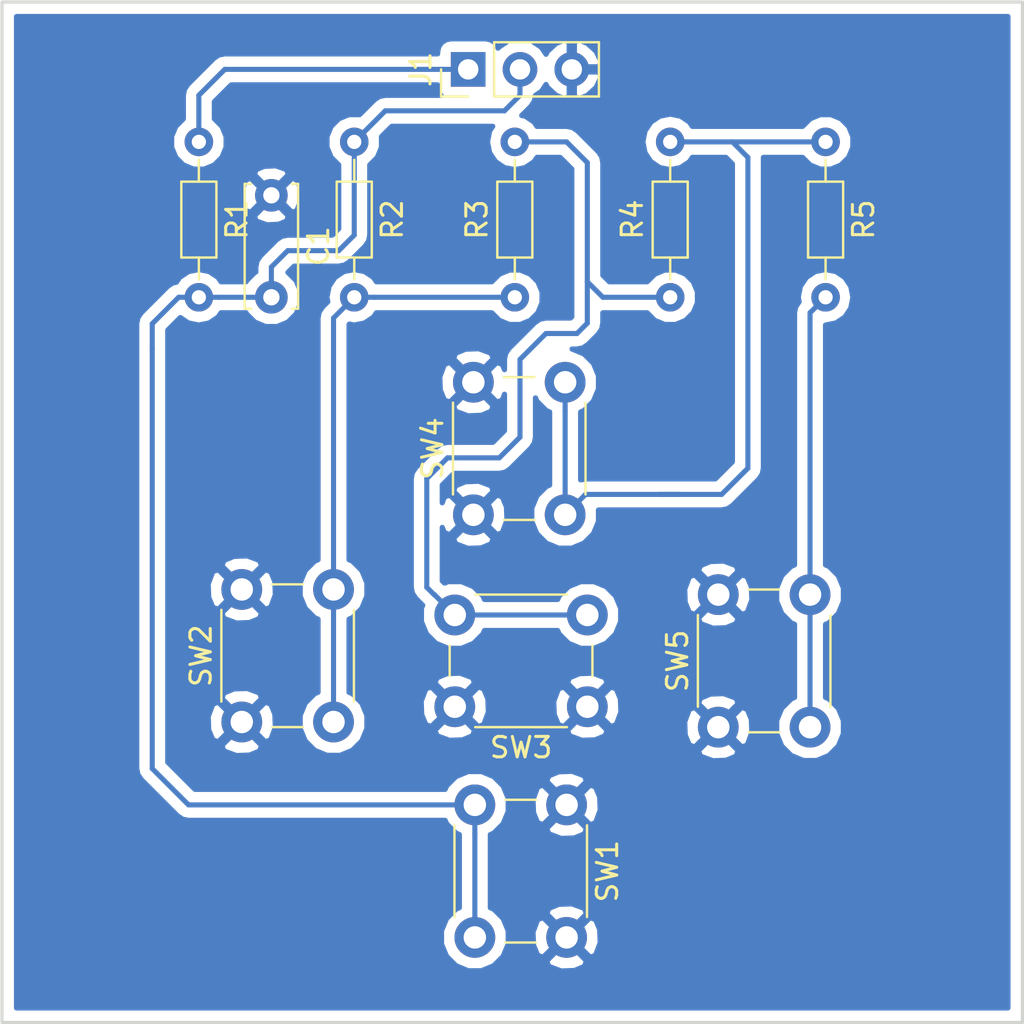
<source format=kicad_pcb>
(kicad_pcb (version 4) (host pcbnew 4.0.6)

  (general
    (links 28)
    (no_connects 1)
    (area 223.444999 41.326999 273.633001 91.515001)
    (thickness 1.6)
    (drawings 8)
    (tracks 61)
    (zones 0)
    (modules 12)
    (nets 8)
  )

  (page A4)
  (layers
    (0 F.Cu signal)
    (31 B.Cu signal)
    (33 F.Adhes user)
    (35 F.Paste user)
    (37 F.SilkS user)
    (39 F.Mask user)
    (40 Dwgs.User user)
    (41 Cmts.User user)
    (42 Eco1.User user)
    (43 Eco2.User user)
    (44 Edge.Cuts user)
    (45 Margin user)
    (47 F.CrtYd user)
    (49 F.Fab user)
  )

  (setup
    (last_trace_width 0.25)
    (trace_clearance 0.2)
    (zone_clearance 0.508)
    (zone_45_only no)
    (trace_min 0.2)
    (segment_width 0.2)
    (edge_width 0.15)
    (via_size 0.6)
    (via_drill 0.4)
    (via_min_size 0.4)
    (via_min_drill 0.3)
    (uvia_size 0.3)
    (uvia_drill 0.1)
    (uvias_allowed no)
    (uvia_min_size 0.2)
    (uvia_min_drill 0.1)
    (pcb_text_width 0.3)
    (pcb_text_size 1.5 1.5)
    (mod_edge_width 0.15)
    (mod_text_size 1 1)
    (mod_text_width 0.15)
    (pad_size 1.524 1.524)
    (pad_drill 0.762)
    (pad_to_mask_clearance 0.2)
    (aux_axis_origin 0 0)
    (visible_elements FFFFFF7F)
    (pcbplotparams
      (layerselection 0x00030_80000001)
      (usegerberextensions false)
      (excludeedgelayer true)
      (linewidth 0.100000)
      (plotframeref false)
      (viasonmask false)
      (mode 1)
      (useauxorigin false)
      (hpglpennumber 1)
      (hpglpenspeed 20)
      (hpglpendiameter 15)
      (hpglpenoverlay 2)
      (psnegative false)
      (psa4output false)
      (plotreference true)
      (plotvalue true)
      (plotinvisibletext false)
      (padsonsilk false)
      (subtractmaskfromsilk false)
      (outputformat 1)
      (mirror false)
      (drillshape 1)
      (scaleselection 1)
      (outputdirectory ""))
  )

  (net 0 "")
  (net 1 +5V)
  (net 2 Output)
  (net 3 GND)
  (net 4 "Net-(R2-Pad2)")
  (net 5 "Net-(R3-Pad2)")
  (net 6 "Net-(R4-Pad2)")
  (net 7 "Net-(R5-Pad2)")

  (net_class Default "Esta es la clase de red por defecto."
    (clearance 0.2)
    (trace_width 0.25)
    (via_dia 0.6)
    (via_drill 0.4)
    (uvia_dia 0.3)
    (uvia_drill 0.1)
    (add_net +5V)
    (add_net GND)
    (add_net "Net-(R2-Pad2)")
    (add_net "Net-(R3-Pad2)")
    (add_net "Net-(R4-Pad2)")
    (add_net "Net-(R5-Pad2)")
    (add_net Output)
  )

  (module Resistors_ThroughHole:R_Axial_DIN0204_L3.6mm_D1.6mm_P7.62mm_Horizontal (layer F.Cu) (tedit 5874F706) (tstamp 593094CA)
    (at 233.172 48.26 270)
    (descr "Resistor, Axial_DIN0204 series, Axial, Horizontal, pin pitch=7.62mm, 0.16666666666666666W = 1/6W, length*diameter=3.6*1.6mm^2, http://cdn-reichelt.de/documents/datenblatt/B400/1_4W%23YAG.pdf")
    (tags "Resistor Axial_DIN0204 series Axial Horizontal pin pitch 7.62mm 0.16666666666666666W = 1/6W length 3.6mm diameter 1.6mm")
    (path /59308C00)
    (fp_text reference R1 (at 3.81 -1.86 270) (layer F.SilkS)
      (effects (font (size 1 1) (thickness 0.15)))
    )
    (fp_text value 2.2K (at 3.81 1.86 270) (layer F.Fab)
      (effects (font (size 1 1) (thickness 0.15)))
    )
    (fp_line (start 2.01 -0.8) (end 2.01 0.8) (layer F.Fab) (width 0.1))
    (fp_line (start 2.01 0.8) (end 5.61 0.8) (layer F.Fab) (width 0.1))
    (fp_line (start 5.61 0.8) (end 5.61 -0.8) (layer F.Fab) (width 0.1))
    (fp_line (start 5.61 -0.8) (end 2.01 -0.8) (layer F.Fab) (width 0.1))
    (fp_line (start 0 0) (end 2.01 0) (layer F.Fab) (width 0.1))
    (fp_line (start 7.62 0) (end 5.61 0) (layer F.Fab) (width 0.1))
    (fp_line (start 1.95 -0.86) (end 1.95 0.86) (layer F.SilkS) (width 0.12))
    (fp_line (start 1.95 0.86) (end 5.67 0.86) (layer F.SilkS) (width 0.12))
    (fp_line (start 5.67 0.86) (end 5.67 -0.86) (layer F.SilkS) (width 0.12))
    (fp_line (start 5.67 -0.86) (end 1.95 -0.86) (layer F.SilkS) (width 0.12))
    (fp_line (start 0.88 0) (end 1.95 0) (layer F.SilkS) (width 0.12))
    (fp_line (start 6.74 0) (end 5.67 0) (layer F.SilkS) (width 0.12))
    (fp_line (start -0.95 -1.15) (end -0.95 1.15) (layer F.CrtYd) (width 0.05))
    (fp_line (start -0.95 1.15) (end 8.6 1.15) (layer F.CrtYd) (width 0.05))
    (fp_line (start 8.6 1.15) (end 8.6 -1.15) (layer F.CrtYd) (width 0.05))
    (fp_line (start 8.6 -1.15) (end -0.95 -1.15) (layer F.CrtYd) (width 0.05))
    (pad 1 thru_hole circle (at 0 0 270) (size 1.4 1.4) (drill 0.7) (layers *.Cu *.Mask)
      (net 1 +5V))
    (pad 2 thru_hole oval (at 7.62 0 270) (size 1.4 1.4) (drill 0.7) (layers *.Cu *.Mask)
      (net 2 Output))
    (model Resistors_THT.3dshapes/R_Axial_DIN0204_L3.6mm_D1.6mm_P7.62mm_Horizontal.wrl
      (at (xyz 0 0 0))
      (scale (xyz 0.393701 0.393701 0.393701))
      (rotate (xyz 0 0 0))
    )
  )

  (module Resistors_ThroughHole:R_Axial_DIN0204_L3.6mm_D1.6mm_P7.62mm_Horizontal (layer F.Cu) (tedit 5874F706) (tstamp 593094E0)
    (at 240.792 48.26 270)
    (descr "Resistor, Axial_DIN0204 series, Axial, Horizontal, pin pitch=7.62mm, 0.16666666666666666W = 1/6W, length*diameter=3.6*1.6mm^2, http://cdn-reichelt.de/documents/datenblatt/B400/1_4W%23YAG.pdf")
    (tags "Resistor Axial_DIN0204 series Axial Horizontal pin pitch 7.62mm 0.16666666666666666W = 1/6W length 3.6mm diameter 1.6mm")
    (path /59308D62)
    (fp_text reference R2 (at 3.81 -1.86 270) (layer F.SilkS)
      (effects (font (size 1 1) (thickness 0.15)))
    )
    (fp_text value 330R (at 3.81 1.86 270) (layer F.Fab)
      (effects (font (size 1 1) (thickness 0.15)))
    )
    (fp_line (start 2.01 -0.8) (end 2.01 0.8) (layer F.Fab) (width 0.1))
    (fp_line (start 2.01 0.8) (end 5.61 0.8) (layer F.Fab) (width 0.1))
    (fp_line (start 5.61 0.8) (end 5.61 -0.8) (layer F.Fab) (width 0.1))
    (fp_line (start 5.61 -0.8) (end 2.01 -0.8) (layer F.Fab) (width 0.1))
    (fp_line (start 0 0) (end 2.01 0) (layer F.Fab) (width 0.1))
    (fp_line (start 7.62 0) (end 5.61 0) (layer F.Fab) (width 0.1))
    (fp_line (start 1.95 -0.86) (end 1.95 0.86) (layer F.SilkS) (width 0.12))
    (fp_line (start 1.95 0.86) (end 5.67 0.86) (layer F.SilkS) (width 0.12))
    (fp_line (start 5.67 0.86) (end 5.67 -0.86) (layer F.SilkS) (width 0.12))
    (fp_line (start 5.67 -0.86) (end 1.95 -0.86) (layer F.SilkS) (width 0.12))
    (fp_line (start 0.88 0) (end 1.95 0) (layer F.SilkS) (width 0.12))
    (fp_line (start 6.74 0) (end 5.67 0) (layer F.SilkS) (width 0.12))
    (fp_line (start -0.95 -1.15) (end -0.95 1.15) (layer F.CrtYd) (width 0.05))
    (fp_line (start -0.95 1.15) (end 8.6 1.15) (layer F.CrtYd) (width 0.05))
    (fp_line (start 8.6 1.15) (end 8.6 -1.15) (layer F.CrtYd) (width 0.05))
    (fp_line (start 8.6 -1.15) (end -0.95 -1.15) (layer F.CrtYd) (width 0.05))
    (pad 1 thru_hole circle (at 0 0 270) (size 1.4 1.4) (drill 0.7) (layers *.Cu *.Mask)
      (net 2 Output))
    (pad 2 thru_hole oval (at 7.62 0 270) (size 1.4 1.4) (drill 0.7) (layers *.Cu *.Mask)
      (net 4 "Net-(R2-Pad2)"))
    (model Resistors_THT.3dshapes/R_Axial_DIN0204_L3.6mm_D1.6mm_P7.62mm_Horizontal.wrl
      (at (xyz 0 0 0))
      (scale (xyz 0.393701 0.393701 0.393701))
      (rotate (xyz 0 0 0))
    )
  )

  (module Resistors_ThroughHole:R_Axial_DIN0204_L3.6mm_D1.6mm_P7.62mm_Horizontal (layer F.Cu) (tedit 5874F706) (tstamp 593094F6)
    (at 248.666 55.88 90)
    (descr "Resistor, Axial_DIN0204 series, Axial, Horizontal, pin pitch=7.62mm, 0.16666666666666666W = 1/6W, length*diameter=3.6*1.6mm^2, http://cdn-reichelt.de/documents/datenblatt/B400/1_4W%23YAG.pdf")
    (tags "Resistor Axial_DIN0204 series Axial Horizontal pin pitch 7.62mm 0.16666666666666666W = 1/6W length 3.6mm diameter 1.6mm")
    (path /59308E0D)
    (fp_text reference R3 (at 3.81 -1.86 90) (layer F.SilkS)
      (effects (font (size 1 1) (thickness 0.15)))
    )
    (fp_text value 620R (at 3.81 1.86 90) (layer F.Fab)
      (effects (font (size 1 1) (thickness 0.15)))
    )
    (fp_line (start 2.01 -0.8) (end 2.01 0.8) (layer F.Fab) (width 0.1))
    (fp_line (start 2.01 0.8) (end 5.61 0.8) (layer F.Fab) (width 0.1))
    (fp_line (start 5.61 0.8) (end 5.61 -0.8) (layer F.Fab) (width 0.1))
    (fp_line (start 5.61 -0.8) (end 2.01 -0.8) (layer F.Fab) (width 0.1))
    (fp_line (start 0 0) (end 2.01 0) (layer F.Fab) (width 0.1))
    (fp_line (start 7.62 0) (end 5.61 0) (layer F.Fab) (width 0.1))
    (fp_line (start 1.95 -0.86) (end 1.95 0.86) (layer F.SilkS) (width 0.12))
    (fp_line (start 1.95 0.86) (end 5.67 0.86) (layer F.SilkS) (width 0.12))
    (fp_line (start 5.67 0.86) (end 5.67 -0.86) (layer F.SilkS) (width 0.12))
    (fp_line (start 5.67 -0.86) (end 1.95 -0.86) (layer F.SilkS) (width 0.12))
    (fp_line (start 0.88 0) (end 1.95 0) (layer F.SilkS) (width 0.12))
    (fp_line (start 6.74 0) (end 5.67 0) (layer F.SilkS) (width 0.12))
    (fp_line (start -0.95 -1.15) (end -0.95 1.15) (layer F.CrtYd) (width 0.05))
    (fp_line (start -0.95 1.15) (end 8.6 1.15) (layer F.CrtYd) (width 0.05))
    (fp_line (start 8.6 1.15) (end 8.6 -1.15) (layer F.CrtYd) (width 0.05))
    (fp_line (start 8.6 -1.15) (end -0.95 -1.15) (layer F.CrtYd) (width 0.05))
    (pad 1 thru_hole circle (at 0 0 90) (size 1.4 1.4) (drill 0.7) (layers *.Cu *.Mask)
      (net 4 "Net-(R2-Pad2)"))
    (pad 2 thru_hole oval (at 7.62 0 90) (size 1.4 1.4) (drill 0.7) (layers *.Cu *.Mask)
      (net 5 "Net-(R3-Pad2)"))
    (model Resistors_THT.3dshapes/R_Axial_DIN0204_L3.6mm_D1.6mm_P7.62mm_Horizontal.wrl
      (at (xyz 0 0 0))
      (scale (xyz 0.393701 0.393701 0.393701))
      (rotate (xyz 0 0 0))
    )
  )

  (module Resistors_ThroughHole:R_Axial_DIN0204_L3.6mm_D1.6mm_P7.62mm_Horizontal (layer F.Cu) (tedit 5874F706) (tstamp 5930950C)
    (at 256.286 55.88 90)
    (descr "Resistor, Axial_DIN0204 series, Axial, Horizontal, pin pitch=7.62mm, 0.16666666666666666W = 1/6W, length*diameter=3.6*1.6mm^2, http://cdn-reichelt.de/documents/datenblatt/B400/1_4W%23YAG.pdf")
    (tags "Resistor Axial_DIN0204 series Axial Horizontal pin pitch 7.62mm 0.16666666666666666W = 1/6W length 3.6mm diameter 1.6mm")
    (path /59308E6B)
    (fp_text reference R4 (at 3.81 -1.86 90) (layer F.SilkS)
      (effects (font (size 1 1) (thickness 0.15)))
    )
    (fp_text value 1K (at 3.81 1.86 90) (layer F.Fab)
      (effects (font (size 1 1) (thickness 0.15)))
    )
    (fp_line (start 2.01 -0.8) (end 2.01 0.8) (layer F.Fab) (width 0.1))
    (fp_line (start 2.01 0.8) (end 5.61 0.8) (layer F.Fab) (width 0.1))
    (fp_line (start 5.61 0.8) (end 5.61 -0.8) (layer F.Fab) (width 0.1))
    (fp_line (start 5.61 -0.8) (end 2.01 -0.8) (layer F.Fab) (width 0.1))
    (fp_line (start 0 0) (end 2.01 0) (layer F.Fab) (width 0.1))
    (fp_line (start 7.62 0) (end 5.61 0) (layer F.Fab) (width 0.1))
    (fp_line (start 1.95 -0.86) (end 1.95 0.86) (layer F.SilkS) (width 0.12))
    (fp_line (start 1.95 0.86) (end 5.67 0.86) (layer F.SilkS) (width 0.12))
    (fp_line (start 5.67 0.86) (end 5.67 -0.86) (layer F.SilkS) (width 0.12))
    (fp_line (start 5.67 -0.86) (end 1.95 -0.86) (layer F.SilkS) (width 0.12))
    (fp_line (start 0.88 0) (end 1.95 0) (layer F.SilkS) (width 0.12))
    (fp_line (start 6.74 0) (end 5.67 0) (layer F.SilkS) (width 0.12))
    (fp_line (start -0.95 -1.15) (end -0.95 1.15) (layer F.CrtYd) (width 0.05))
    (fp_line (start -0.95 1.15) (end 8.6 1.15) (layer F.CrtYd) (width 0.05))
    (fp_line (start 8.6 1.15) (end 8.6 -1.15) (layer F.CrtYd) (width 0.05))
    (fp_line (start 8.6 -1.15) (end -0.95 -1.15) (layer F.CrtYd) (width 0.05))
    (pad 1 thru_hole circle (at 0 0 90) (size 1.4 1.4) (drill 0.7) (layers *.Cu *.Mask)
      (net 5 "Net-(R3-Pad2)"))
    (pad 2 thru_hole oval (at 7.62 0 90) (size 1.4 1.4) (drill 0.7) (layers *.Cu *.Mask)
      (net 6 "Net-(R4-Pad2)"))
    (model Resistors_THT.3dshapes/R_Axial_DIN0204_L3.6mm_D1.6mm_P7.62mm_Horizontal.wrl
      (at (xyz 0 0 0))
      (scale (xyz 0.393701 0.393701 0.393701))
      (rotate (xyz 0 0 0))
    )
  )

  (module Resistors_ThroughHole:R_Axial_DIN0204_L3.6mm_D1.6mm_P7.62mm_Horizontal (layer F.Cu) (tedit 5874F706) (tstamp 59309522)
    (at 263.906 48.26 270)
    (descr "Resistor, Axial_DIN0204 series, Axial, Horizontal, pin pitch=7.62mm, 0.16666666666666666W = 1/6W, length*diameter=3.6*1.6mm^2, http://cdn-reichelt.de/documents/datenblatt/B400/1_4W%23YAG.pdf")
    (tags "Resistor Axial_DIN0204 series Axial Horizontal pin pitch 7.62mm 0.16666666666666666W = 1/6W length 3.6mm diameter 1.6mm")
    (path /59308EC0)
    (fp_text reference R5 (at 3.81 -1.86 270) (layer F.SilkS)
      (effects (font (size 1 1) (thickness 0.15)))
    )
    (fp_text value 3.3K (at 3.81 1.86 270) (layer F.Fab)
      (effects (font (size 1 1) (thickness 0.15)))
    )
    (fp_line (start 2.01 -0.8) (end 2.01 0.8) (layer F.Fab) (width 0.1))
    (fp_line (start 2.01 0.8) (end 5.61 0.8) (layer F.Fab) (width 0.1))
    (fp_line (start 5.61 0.8) (end 5.61 -0.8) (layer F.Fab) (width 0.1))
    (fp_line (start 5.61 -0.8) (end 2.01 -0.8) (layer F.Fab) (width 0.1))
    (fp_line (start 0 0) (end 2.01 0) (layer F.Fab) (width 0.1))
    (fp_line (start 7.62 0) (end 5.61 0) (layer F.Fab) (width 0.1))
    (fp_line (start 1.95 -0.86) (end 1.95 0.86) (layer F.SilkS) (width 0.12))
    (fp_line (start 1.95 0.86) (end 5.67 0.86) (layer F.SilkS) (width 0.12))
    (fp_line (start 5.67 0.86) (end 5.67 -0.86) (layer F.SilkS) (width 0.12))
    (fp_line (start 5.67 -0.86) (end 1.95 -0.86) (layer F.SilkS) (width 0.12))
    (fp_line (start 0.88 0) (end 1.95 0) (layer F.SilkS) (width 0.12))
    (fp_line (start 6.74 0) (end 5.67 0) (layer F.SilkS) (width 0.12))
    (fp_line (start -0.95 -1.15) (end -0.95 1.15) (layer F.CrtYd) (width 0.05))
    (fp_line (start -0.95 1.15) (end 8.6 1.15) (layer F.CrtYd) (width 0.05))
    (fp_line (start 8.6 1.15) (end 8.6 -1.15) (layer F.CrtYd) (width 0.05))
    (fp_line (start 8.6 -1.15) (end -0.95 -1.15) (layer F.CrtYd) (width 0.05))
    (pad 1 thru_hole circle (at 0 0 270) (size 1.4 1.4) (drill 0.7) (layers *.Cu *.Mask)
      (net 6 "Net-(R4-Pad2)"))
    (pad 2 thru_hole oval (at 7.62 0 270) (size 1.4 1.4) (drill 0.7) (layers *.Cu *.Mask)
      (net 7 "Net-(R5-Pad2)"))
    (model Resistors_THT.3dshapes/R_Axial_DIN0204_L3.6mm_D1.6mm_P7.62mm_Horizontal.wrl
      (at (xyz 0 0 0))
      (scale (xyz 0.393701 0.393701 0.393701))
      (rotate (xyz 0 0 0))
    )
  )

  (module Buttons_Switches_ThroughHole:SW_PUSH_6mm (layer F.Cu) (tedit 58134C96) (tstamp 59309540)
    (at 251.206 80.772 270)
    (descr https://www.omron.com/ecb/products/pdf/en-b3f.pdf)
    (tags "tact sw push 6mm")
    (path /59309634)
    (fp_text reference SW1 (at 3.25 -2 270) (layer F.SilkS)
      (effects (font (size 1 1) (thickness 0.15)))
    )
    (fp_text value Down (at 3.75 6.7 270) (layer F.Fab)
      (effects (font (size 1 1) (thickness 0.15)))
    )
    (fp_line (start 3.25 -0.75) (end 6.25 -0.75) (layer F.Fab) (width 0.1))
    (fp_line (start 6.25 -0.75) (end 6.25 5.25) (layer F.Fab) (width 0.1))
    (fp_line (start 6.25 5.25) (end 0.25 5.25) (layer F.Fab) (width 0.1))
    (fp_line (start 0.25 5.25) (end 0.25 -0.75) (layer F.Fab) (width 0.1))
    (fp_line (start 0.25 -0.75) (end 3.25 -0.75) (layer F.Fab) (width 0.1))
    (fp_line (start 7.75 6) (end 8 6) (layer F.CrtYd) (width 0.05))
    (fp_line (start 8 6) (end 8 5.75) (layer F.CrtYd) (width 0.05))
    (fp_line (start 7.75 -1.5) (end 8 -1.5) (layer F.CrtYd) (width 0.05))
    (fp_line (start 8 -1.5) (end 8 -1.25) (layer F.CrtYd) (width 0.05))
    (fp_line (start -1.5 -1.25) (end -1.5 -1.5) (layer F.CrtYd) (width 0.05))
    (fp_line (start -1.5 -1.5) (end -1.25 -1.5) (layer F.CrtYd) (width 0.05))
    (fp_line (start -1.5 5.75) (end -1.5 6) (layer F.CrtYd) (width 0.05))
    (fp_line (start -1.5 6) (end -1.25 6) (layer F.CrtYd) (width 0.05))
    (fp_line (start -1.25 -1.5) (end 7.75 -1.5) (layer F.CrtYd) (width 0.05))
    (fp_line (start -1.5 5.75) (end -1.5 -1.25) (layer F.CrtYd) (width 0.05))
    (fp_line (start 7.75 6) (end -1.25 6) (layer F.CrtYd) (width 0.05))
    (fp_line (start 8 -1.25) (end 8 5.75) (layer F.CrtYd) (width 0.05))
    (fp_line (start 1 5.5) (end 5.5 5.5) (layer F.SilkS) (width 0.12))
    (fp_line (start -0.25 1.5) (end -0.25 3) (layer F.SilkS) (width 0.12))
    (fp_line (start 5.5 -1) (end 1 -1) (layer F.SilkS) (width 0.12))
    (fp_line (start 6.75 3) (end 6.75 1.5) (layer F.SilkS) (width 0.12))
    (fp_circle (center 3.25 2.25) (end 1.25 2.5) (layer F.Fab) (width 0.1))
    (pad 2 thru_hole circle (at 0 4.5) (size 2 2) (drill 1.1) (layers *.Cu *.Mask)
      (net 2 Output))
    (pad 1 thru_hole circle (at 0 0) (size 2 2) (drill 1.1) (layers *.Cu *.Mask)
      (net 3 GND))
    (pad 2 thru_hole circle (at 6.5 4.5) (size 2 2) (drill 1.1) (layers *.Cu *.Mask)
      (net 2 Output))
    (pad 1 thru_hole circle (at 6.5 0) (size 2 2) (drill 1.1) (layers *.Cu *.Mask)
      (net 3 GND))
    (model Buttons_Switches_THT.3dshapes/SW_PUSH_6mm.wrl
      (at (xyz 0.005 0 0))
      (scale (xyz 0.3937 0.3937 0.3937))
      (rotate (xyz 0 0 0))
    )
  )

  (module Buttons_Switches_ThroughHole:SW_PUSH_6mm (layer F.Cu) (tedit 58134C96) (tstamp 5930955E)
    (at 235.276 76.708 90)
    (descr https://www.omron.com/ecb/products/pdf/en-b3f.pdf)
    (tags "tact sw push 6mm")
    (path /59309709)
    (fp_text reference SW2 (at 3.25 -2 90) (layer F.SilkS)
      (effects (font (size 1 1) (thickness 0.15)))
    )
    (fp_text value Left (at 3.75 6.7 90) (layer F.Fab)
      (effects (font (size 1 1) (thickness 0.15)))
    )
    (fp_line (start 3.25 -0.75) (end 6.25 -0.75) (layer F.Fab) (width 0.1))
    (fp_line (start 6.25 -0.75) (end 6.25 5.25) (layer F.Fab) (width 0.1))
    (fp_line (start 6.25 5.25) (end 0.25 5.25) (layer F.Fab) (width 0.1))
    (fp_line (start 0.25 5.25) (end 0.25 -0.75) (layer F.Fab) (width 0.1))
    (fp_line (start 0.25 -0.75) (end 3.25 -0.75) (layer F.Fab) (width 0.1))
    (fp_line (start 7.75 6) (end 8 6) (layer F.CrtYd) (width 0.05))
    (fp_line (start 8 6) (end 8 5.75) (layer F.CrtYd) (width 0.05))
    (fp_line (start 7.75 -1.5) (end 8 -1.5) (layer F.CrtYd) (width 0.05))
    (fp_line (start 8 -1.5) (end 8 -1.25) (layer F.CrtYd) (width 0.05))
    (fp_line (start -1.5 -1.25) (end -1.5 -1.5) (layer F.CrtYd) (width 0.05))
    (fp_line (start -1.5 -1.5) (end -1.25 -1.5) (layer F.CrtYd) (width 0.05))
    (fp_line (start -1.5 5.75) (end -1.5 6) (layer F.CrtYd) (width 0.05))
    (fp_line (start -1.5 6) (end -1.25 6) (layer F.CrtYd) (width 0.05))
    (fp_line (start -1.25 -1.5) (end 7.75 -1.5) (layer F.CrtYd) (width 0.05))
    (fp_line (start -1.5 5.75) (end -1.5 -1.25) (layer F.CrtYd) (width 0.05))
    (fp_line (start 7.75 6) (end -1.25 6) (layer F.CrtYd) (width 0.05))
    (fp_line (start 8 -1.25) (end 8 5.75) (layer F.CrtYd) (width 0.05))
    (fp_line (start 1 5.5) (end 5.5 5.5) (layer F.SilkS) (width 0.12))
    (fp_line (start -0.25 1.5) (end -0.25 3) (layer F.SilkS) (width 0.12))
    (fp_line (start 5.5 -1) (end 1 -1) (layer F.SilkS) (width 0.12))
    (fp_line (start 6.75 3) (end 6.75 1.5) (layer F.SilkS) (width 0.12))
    (fp_circle (center 3.25 2.25) (end 1.25 2.5) (layer F.Fab) (width 0.1))
    (pad 2 thru_hole circle (at 0 4.5 180) (size 2 2) (drill 1.1) (layers *.Cu *.Mask)
      (net 4 "Net-(R2-Pad2)"))
    (pad 1 thru_hole circle (at 0 0 180) (size 2 2) (drill 1.1) (layers *.Cu *.Mask)
      (net 3 GND))
    (pad 2 thru_hole circle (at 6.5 4.5 180) (size 2 2) (drill 1.1) (layers *.Cu *.Mask)
      (net 4 "Net-(R2-Pad2)"))
    (pad 1 thru_hole circle (at 6.5 0 180) (size 2 2) (drill 1.1) (layers *.Cu *.Mask)
      (net 3 GND))
    (model Buttons_Switches_THT.3dshapes/SW_PUSH_6mm.wrl
      (at (xyz 0.005 0 0))
      (scale (xyz 0.3937 0.3937 0.3937))
      (rotate (xyz 0 0 0))
    )
  )

  (module Buttons_Switches_ThroughHole:SW_PUSH_6mm (layer F.Cu) (tedit 58134C96) (tstamp 5930957C)
    (at 252.222 75.96 180)
    (descr https://www.omron.com/ecb/products/pdf/en-b3f.pdf)
    (tags "tact sw push 6mm")
    (path /5930974A)
    (fp_text reference SW3 (at 3.25 -2 180) (layer F.SilkS)
      (effects (font (size 1 1) (thickness 0.15)))
    )
    (fp_text value Select (at 3.75 6.7 180) (layer F.Fab)
      (effects (font (size 1 1) (thickness 0.15)))
    )
    (fp_line (start 3.25 -0.75) (end 6.25 -0.75) (layer F.Fab) (width 0.1))
    (fp_line (start 6.25 -0.75) (end 6.25 5.25) (layer F.Fab) (width 0.1))
    (fp_line (start 6.25 5.25) (end 0.25 5.25) (layer F.Fab) (width 0.1))
    (fp_line (start 0.25 5.25) (end 0.25 -0.75) (layer F.Fab) (width 0.1))
    (fp_line (start 0.25 -0.75) (end 3.25 -0.75) (layer F.Fab) (width 0.1))
    (fp_line (start 7.75 6) (end 8 6) (layer F.CrtYd) (width 0.05))
    (fp_line (start 8 6) (end 8 5.75) (layer F.CrtYd) (width 0.05))
    (fp_line (start 7.75 -1.5) (end 8 -1.5) (layer F.CrtYd) (width 0.05))
    (fp_line (start 8 -1.5) (end 8 -1.25) (layer F.CrtYd) (width 0.05))
    (fp_line (start -1.5 -1.25) (end -1.5 -1.5) (layer F.CrtYd) (width 0.05))
    (fp_line (start -1.5 -1.5) (end -1.25 -1.5) (layer F.CrtYd) (width 0.05))
    (fp_line (start -1.5 5.75) (end -1.5 6) (layer F.CrtYd) (width 0.05))
    (fp_line (start -1.5 6) (end -1.25 6) (layer F.CrtYd) (width 0.05))
    (fp_line (start -1.25 -1.5) (end 7.75 -1.5) (layer F.CrtYd) (width 0.05))
    (fp_line (start -1.5 5.75) (end -1.5 -1.25) (layer F.CrtYd) (width 0.05))
    (fp_line (start 7.75 6) (end -1.25 6) (layer F.CrtYd) (width 0.05))
    (fp_line (start 8 -1.25) (end 8 5.75) (layer F.CrtYd) (width 0.05))
    (fp_line (start 1 5.5) (end 5.5 5.5) (layer F.SilkS) (width 0.12))
    (fp_line (start -0.25 1.5) (end -0.25 3) (layer F.SilkS) (width 0.12))
    (fp_line (start 5.5 -1) (end 1 -1) (layer F.SilkS) (width 0.12))
    (fp_line (start 6.75 3) (end 6.75 1.5) (layer F.SilkS) (width 0.12))
    (fp_circle (center 3.25 2.25) (end 1.25 2.5) (layer F.Fab) (width 0.1))
    (pad 2 thru_hole circle (at 0 4.5 270) (size 2 2) (drill 1.1) (layers *.Cu *.Mask)
      (net 5 "Net-(R3-Pad2)"))
    (pad 1 thru_hole circle (at 0 0 270) (size 2 2) (drill 1.1) (layers *.Cu *.Mask)
      (net 3 GND))
    (pad 2 thru_hole circle (at 6.5 4.5 270) (size 2 2) (drill 1.1) (layers *.Cu *.Mask)
      (net 5 "Net-(R3-Pad2)"))
    (pad 1 thru_hole circle (at 6.5 0 270) (size 2 2) (drill 1.1) (layers *.Cu *.Mask)
      (net 3 GND))
    (model Buttons_Switches_THT.3dshapes/SW_PUSH_6mm.wrl
      (at (xyz 0.005 0 0))
      (scale (xyz 0.3937 0.3937 0.3937))
      (rotate (xyz 0 0 0))
    )
  )

  (module Buttons_Switches_ThroughHole:SW_PUSH_6mm (layer F.Cu) (tedit 58134C96) (tstamp 5930959A)
    (at 246.634 66.548 90)
    (descr https://www.omron.com/ecb/products/pdf/en-b3f.pdf)
    (tags "tact sw push 6mm")
    (path /593097C3)
    (fp_text reference SW4 (at 3.25 -2 90) (layer F.SilkS)
      (effects (font (size 1 1) (thickness 0.15)))
    )
    (fp_text value Up (at 3.75 6.7 90) (layer F.Fab)
      (effects (font (size 1 1) (thickness 0.15)))
    )
    (fp_line (start 3.25 -0.75) (end 6.25 -0.75) (layer F.Fab) (width 0.1))
    (fp_line (start 6.25 -0.75) (end 6.25 5.25) (layer F.Fab) (width 0.1))
    (fp_line (start 6.25 5.25) (end 0.25 5.25) (layer F.Fab) (width 0.1))
    (fp_line (start 0.25 5.25) (end 0.25 -0.75) (layer F.Fab) (width 0.1))
    (fp_line (start 0.25 -0.75) (end 3.25 -0.75) (layer F.Fab) (width 0.1))
    (fp_line (start 7.75 6) (end 8 6) (layer F.CrtYd) (width 0.05))
    (fp_line (start 8 6) (end 8 5.75) (layer F.CrtYd) (width 0.05))
    (fp_line (start 7.75 -1.5) (end 8 -1.5) (layer F.CrtYd) (width 0.05))
    (fp_line (start 8 -1.5) (end 8 -1.25) (layer F.CrtYd) (width 0.05))
    (fp_line (start -1.5 -1.25) (end -1.5 -1.5) (layer F.CrtYd) (width 0.05))
    (fp_line (start -1.5 -1.5) (end -1.25 -1.5) (layer F.CrtYd) (width 0.05))
    (fp_line (start -1.5 5.75) (end -1.5 6) (layer F.CrtYd) (width 0.05))
    (fp_line (start -1.5 6) (end -1.25 6) (layer F.CrtYd) (width 0.05))
    (fp_line (start -1.25 -1.5) (end 7.75 -1.5) (layer F.CrtYd) (width 0.05))
    (fp_line (start -1.5 5.75) (end -1.5 -1.25) (layer F.CrtYd) (width 0.05))
    (fp_line (start 7.75 6) (end -1.25 6) (layer F.CrtYd) (width 0.05))
    (fp_line (start 8 -1.25) (end 8 5.75) (layer F.CrtYd) (width 0.05))
    (fp_line (start 1 5.5) (end 5.5 5.5) (layer F.SilkS) (width 0.12))
    (fp_line (start -0.25 1.5) (end -0.25 3) (layer F.SilkS) (width 0.12))
    (fp_line (start 5.5 -1) (end 1 -1) (layer F.SilkS) (width 0.12))
    (fp_line (start 6.75 3) (end 6.75 1.5) (layer F.SilkS) (width 0.12))
    (fp_circle (center 3.25 2.25) (end 1.25 2.5) (layer F.Fab) (width 0.1))
    (pad 2 thru_hole circle (at 0 4.5 180) (size 2 2) (drill 1.1) (layers *.Cu *.Mask)
      (net 6 "Net-(R4-Pad2)"))
    (pad 1 thru_hole circle (at 0 0 180) (size 2 2) (drill 1.1) (layers *.Cu *.Mask)
      (net 3 GND))
    (pad 2 thru_hole circle (at 6.5 4.5 180) (size 2 2) (drill 1.1) (layers *.Cu *.Mask)
      (net 6 "Net-(R4-Pad2)"))
    (pad 1 thru_hole circle (at 6.5 0 180) (size 2 2) (drill 1.1) (layers *.Cu *.Mask)
      (net 3 GND))
    (model Buttons_Switches_THT.3dshapes/SW_PUSH_6mm.wrl
      (at (xyz 0.005 0 0))
      (scale (xyz 0.3937 0.3937 0.3937))
      (rotate (xyz 0 0 0))
    )
  )

  (module Buttons_Switches_ThroughHole:SW_PUSH_6mm (layer F.Cu) (tedit 58134C96) (tstamp 593095B8)
    (at 258.644 76.962 90)
    (descr https://www.omron.com/ecb/products/pdf/en-b3f.pdf)
    (tags "tact sw push 6mm")
    (path /59309828)
    (fp_text reference SW5 (at 3.25 -2 90) (layer F.SilkS)
      (effects (font (size 1 1) (thickness 0.15)))
    )
    (fp_text value Right (at 3.75 6.7 90) (layer F.Fab)
      (effects (font (size 1 1) (thickness 0.15)))
    )
    (fp_line (start 3.25 -0.75) (end 6.25 -0.75) (layer F.Fab) (width 0.1))
    (fp_line (start 6.25 -0.75) (end 6.25 5.25) (layer F.Fab) (width 0.1))
    (fp_line (start 6.25 5.25) (end 0.25 5.25) (layer F.Fab) (width 0.1))
    (fp_line (start 0.25 5.25) (end 0.25 -0.75) (layer F.Fab) (width 0.1))
    (fp_line (start 0.25 -0.75) (end 3.25 -0.75) (layer F.Fab) (width 0.1))
    (fp_line (start 7.75 6) (end 8 6) (layer F.CrtYd) (width 0.05))
    (fp_line (start 8 6) (end 8 5.75) (layer F.CrtYd) (width 0.05))
    (fp_line (start 7.75 -1.5) (end 8 -1.5) (layer F.CrtYd) (width 0.05))
    (fp_line (start 8 -1.5) (end 8 -1.25) (layer F.CrtYd) (width 0.05))
    (fp_line (start -1.5 -1.25) (end -1.5 -1.5) (layer F.CrtYd) (width 0.05))
    (fp_line (start -1.5 -1.5) (end -1.25 -1.5) (layer F.CrtYd) (width 0.05))
    (fp_line (start -1.5 5.75) (end -1.5 6) (layer F.CrtYd) (width 0.05))
    (fp_line (start -1.5 6) (end -1.25 6) (layer F.CrtYd) (width 0.05))
    (fp_line (start -1.25 -1.5) (end 7.75 -1.5) (layer F.CrtYd) (width 0.05))
    (fp_line (start -1.5 5.75) (end -1.5 -1.25) (layer F.CrtYd) (width 0.05))
    (fp_line (start 7.75 6) (end -1.25 6) (layer F.CrtYd) (width 0.05))
    (fp_line (start 8 -1.25) (end 8 5.75) (layer F.CrtYd) (width 0.05))
    (fp_line (start 1 5.5) (end 5.5 5.5) (layer F.SilkS) (width 0.12))
    (fp_line (start -0.25 1.5) (end -0.25 3) (layer F.SilkS) (width 0.12))
    (fp_line (start 5.5 -1) (end 1 -1) (layer F.SilkS) (width 0.12))
    (fp_line (start 6.75 3) (end 6.75 1.5) (layer F.SilkS) (width 0.12))
    (fp_circle (center 3.25 2.25) (end 1.25 2.5) (layer F.Fab) (width 0.1))
    (pad 2 thru_hole circle (at 0 4.5 180) (size 2 2) (drill 1.1) (layers *.Cu *.Mask)
      (net 7 "Net-(R5-Pad2)"))
    (pad 1 thru_hole circle (at 0 0 180) (size 2 2) (drill 1.1) (layers *.Cu *.Mask)
      (net 3 GND))
    (pad 2 thru_hole circle (at 6.5 4.5 180) (size 2 2) (drill 1.1) (layers *.Cu *.Mask)
      (net 7 "Net-(R5-Pad2)"))
    (pad 1 thru_hole circle (at 6.5 0 180) (size 2 2) (drill 1.1) (layers *.Cu *.Mask)
      (net 3 GND))
    (model Buttons_Switches_THT.3dshapes/SW_PUSH_6mm.wrl
      (at (xyz 0.005 0 0))
      (scale (xyz 0.3937 0.3937 0.3937))
      (rotate (xyz 0 0 0))
    )
  )

  (module Pin_Headers:Pin_Header_Straight_1x03_Pitch2.54mm (layer F.Cu) (tedit 58CD4EC1) (tstamp 59309661)
    (at 246.38 44.704 90)
    (descr "Through hole straight pin header, 1x03, 2.54mm pitch, single row")
    (tags "Through hole pin header THT 1x03 2.54mm single row")
    (path /5930A42E)
    (fp_text reference J1 (at 0 -2.33 90) (layer F.SilkS)
      (effects (font (size 1 1) (thickness 0.15)))
    )
    (fp_text value CONNECTOR (at -2.286 2.54 180) (layer F.Fab)
      (effects (font (size 1 1) (thickness 0.15)))
    )
    (fp_line (start -1.27 -1.27) (end -1.27 6.35) (layer F.Fab) (width 0.1))
    (fp_line (start -1.27 6.35) (end 1.27 6.35) (layer F.Fab) (width 0.1))
    (fp_line (start 1.27 6.35) (end 1.27 -1.27) (layer F.Fab) (width 0.1))
    (fp_line (start 1.27 -1.27) (end -1.27 -1.27) (layer F.Fab) (width 0.1))
    (fp_line (start -1.33 1.27) (end -1.33 6.41) (layer F.SilkS) (width 0.12))
    (fp_line (start -1.33 6.41) (end 1.33 6.41) (layer F.SilkS) (width 0.12))
    (fp_line (start 1.33 6.41) (end 1.33 1.27) (layer F.SilkS) (width 0.12))
    (fp_line (start 1.33 1.27) (end -1.33 1.27) (layer F.SilkS) (width 0.12))
    (fp_line (start -1.33 0) (end -1.33 -1.33) (layer F.SilkS) (width 0.12))
    (fp_line (start -1.33 -1.33) (end 0 -1.33) (layer F.SilkS) (width 0.12))
    (fp_line (start -1.8 -1.8) (end -1.8 6.85) (layer F.CrtYd) (width 0.05))
    (fp_line (start -1.8 6.85) (end 1.8 6.85) (layer F.CrtYd) (width 0.05))
    (fp_line (start 1.8 6.85) (end 1.8 -1.8) (layer F.CrtYd) (width 0.05))
    (fp_line (start 1.8 -1.8) (end -1.8 -1.8) (layer F.CrtYd) (width 0.05))
    (fp_text user %R (at 0 -2.33 90) (layer F.Fab)
      (effects (font (size 1 1) (thickness 0.15)))
    )
    (pad 1 thru_hole rect (at 0 0 90) (size 1.7 1.7) (drill 1) (layers *.Cu *.Mask)
      (net 1 +5V))
    (pad 2 thru_hole oval (at 0 2.54 90) (size 1.7 1.7) (drill 1) (layers *.Cu *.Mask)
      (net 2 Output))
    (pad 3 thru_hole oval (at 0 5.08 90) (size 1.7 1.7) (drill 1) (layers *.Cu *.Mask)
      (net 3 GND))
    (model ${KISYS3DMOD}/Pin_Headers.3dshapes/Pin_Header_Straight_1x03_Pitch2.54mm.wrl
      (at (xyz 0 -0.1 0))
      (scale (xyz 1 1 1))
      (rotate (xyz 0 0 90))
    )
  )

  (module Capacitors_ThroughHole:C_Disc_D6.0mm_W2.5mm_P5.00mm (layer F.Cu) (tedit 5920C254) (tstamp 59309B41)
    (at 236.728 50.88 270)
    (descr "C, Disc series, Radial, pin pitch=5.00mm, , diameter*width=6*2.5mm^2, Capacitor, http://cdn-reichelt.de/documents/datenblatt/B300/DS_KERKO_TC.pdf")
    (tags "C Disc series Radial pin pitch 5.00mm  diameter 6mm width 2.5mm Capacitor")
    (path /59309AF0)
    (fp_text reference C1 (at 2.5 -2.31 270) (layer F.SilkS)
      (effects (font (size 1 1) (thickness 0.15)))
    )
    (fp_text value 100nF (at 2.5 2.31 270) (layer F.Fab)
      (effects (font (size 1 1) (thickness 0.15)))
    )
    (fp_text user %R (at 2.5 0 270) (layer F.Fab)
      (effects (font (size 1 1) (thickness 0.15)))
    )
    (fp_line (start -0.5 -1.25) (end -0.5 1.25) (layer F.Fab) (width 0.1))
    (fp_line (start -0.5 1.25) (end 5.5 1.25) (layer F.Fab) (width 0.1))
    (fp_line (start 5.5 1.25) (end 5.5 -1.25) (layer F.Fab) (width 0.1))
    (fp_line (start 5.5 -1.25) (end -0.5 -1.25) (layer F.Fab) (width 0.1))
    (fp_line (start -0.56 -1.31) (end 5.56 -1.31) (layer F.SilkS) (width 0.12))
    (fp_line (start -0.56 1.31) (end 5.56 1.31) (layer F.SilkS) (width 0.12))
    (fp_line (start -0.56 -1.31) (end -0.56 -0.996) (layer F.SilkS) (width 0.12))
    (fp_line (start -0.56 0.996) (end -0.56 1.31) (layer F.SilkS) (width 0.12))
    (fp_line (start 5.56 -1.31) (end 5.56 -0.996) (layer F.SilkS) (width 0.12))
    (fp_line (start 5.56 0.996) (end 5.56 1.31) (layer F.SilkS) (width 0.12))
    (fp_line (start -1.05 -1.6) (end -1.05 1.6) (layer F.CrtYd) (width 0.05))
    (fp_line (start -1.05 1.6) (end 6.05 1.6) (layer F.CrtYd) (width 0.05))
    (fp_line (start 6.05 1.6) (end 6.05 -1.6) (layer F.CrtYd) (width 0.05))
    (fp_line (start 6.05 -1.6) (end -1.05 -1.6) (layer F.CrtYd) (width 0.05))
    (pad 1 thru_hole circle (at 0 0 270) (size 1.6 1.6) (drill 0.8) (layers *.Cu *.Mask)
      (net 3 GND))
    (pad 2 thru_hole circle (at 5 0 270) (size 1.6 1.6) (drill 0.8) (layers *.Cu *.Mask)
      (net 2 Output))
    (model ${KISYS3DMOD}/Capacitors_THT.3dshapes/C_Disc_D6.0mm_W2.5mm_P5.00mm.wrl
      (at (xyz 0 0 0))
      (scale (xyz 0.393701 0.393701 0.393701))
      (rotate (xyz 0 0 0))
    )
  )

  (gr_line (start 223.52 91.44) (end 273.558 91.44) (layer Edge.Cuts) (width 0.15))
  (gr_line (start 223.52 41.402) (end 223.52 91.44) (layer Edge.Cuts) (width 0.15))
  (gr_line (start 273.558 41.402) (end 223.52 41.402) (layer Edge.Cuts) (width 0.15))
  (gr_line (start 273.558 91.44) (end 273.558 41.402) (layer Edge.Cuts) (width 0.15))
  (gr_line (start 223.52 91.44) (end 273.558 91.44) (layer Margin) (width 0.2))
  (gr_line (start 223.52 41.402) (end 223.52 91.44) (layer Margin) (width 0.2))
  (gr_line (start 273.558 41.402) (end 223.52 41.402) (layer Margin) (width 0.2))
  (gr_line (start 273.558 91.44) (end 273.558 41.402) (layer Margin) (width 0.2))

  (segment (start 234.442 44.704) (end 246.38 44.704) (width 0.25) (layer B.Cu) (net 1))
  (segment (start 233.172 48.26) (end 233.172 45.974) (width 0.25) (layer B.Cu) (net 1))
  (segment (start 233.172 45.974) (end 234.442 44.704) (width 0.25) (layer B.Cu) (net 1))
  (segment (start 242.316 46.736) (end 248.158 46.736) (width 0.25) (layer B.Cu) (net 2))
  (segment (start 248.92 44.704) (end 248.92 45.974) (width 0.25) (layer B.Cu) (net 2))
  (segment (start 248.92 45.974) (end 248.158 46.736) (width 0.25) (layer B.Cu) (net 2))
  (segment (start 230.886 58.42) (end 230.886 78.994) (width 0.25) (layer B.Cu) (net 2))
  (segment (start 233.172 55.88) (end 232.182051 55.88) (width 0.25) (layer B.Cu) (net 2))
  (segment (start 232.182051 55.88) (end 230.886 57.176051) (width 0.25) (layer B.Cu) (net 2))
  (segment (start 230.886 57.176051) (end 230.886 58.42) (width 0.25) (layer B.Cu) (net 2))
  (segment (start 240.03 53.594) (end 240.792 52.832) (width 0.25) (layer B.Cu) (net 2))
  (segment (start 240.792 52.832) (end 240.792 48.26) (width 0.25) (layer B.Cu) (net 2))
  (segment (start 237.527999 53.594) (end 240.03 53.594) (width 0.25) (layer B.Cu) (net 2))
  (segment (start 236.728 54.393999) (end 237.527999 53.594) (width 0.25) (layer B.Cu) (net 2))
  (segment (start 240.792 48.26) (end 242.316 46.736) (width 0.25) (layer B.Cu) (net 2))
  (segment (start 246.706 80.772) (end 246.706 82.186213) (width 0.25) (layer B.Cu) (net 2))
  (segment (start 246.706 82.186213) (end 246.706 87.272) (width 0.25) (layer B.Cu) (net 2))
  (segment (start 230.886 78.994) (end 232.664 80.772) (width 0.25) (layer B.Cu) (net 2))
  (segment (start 232.664 80.772) (end 246.706 80.772) (width 0.25) (layer B.Cu) (net 2))
  (segment (start 233.172 55.88) (end 234.161949 55.88) (width 0.25) (layer B.Cu) (net 2))
  (segment (start 236.728 55.88) (end 236.728 54.393999) (width 0.25) (layer B.Cu) (net 2))
  (segment (start 234.161949 55.88) (end 236.728 55.88) (width 0.25) (layer B.Cu) (net 2))
  (segment (start 239.776 70.208) (end 239.776 56.896) (width 0.25) (layer B.Cu) (net 4))
  (segment (start 239.776 56.896) (end 240.792 55.88) (width 0.25) (layer B.Cu) (net 4))
  (segment (start 239.776 76.708) (end 239.776 70.208) (width 0.25) (layer B.Cu) (net 4))
  (segment (start 240.792 55.88) (end 241.781949 55.88) (width 0.25) (layer B.Cu) (net 4))
  (segment (start 241.781949 55.88) (end 248.666 55.88) (width 0.25) (layer B.Cu) (net 4))
  (segment (start 250.19 57.658) (end 251.714 57.658) (width 0.25) (layer B.Cu) (net 5))
  (segment (start 248.92 62.738) (end 248.92 58.928) (width 0.25) (layer B.Cu) (net 5))
  (segment (start 250.19 57.658) (end 248.92 58.928) (width 0.25) (layer B.Cu) (net 5))
  (segment (start 251.714 57.658) (end 252.222 57.15) (width 0.25) (layer B.Cu) (net 5))
  (segment (start 252.222 57.15) (end 252.222 55.118) (width 0.25) (layer B.Cu) (net 5))
  (segment (start 252.222 71.46) (end 250.807787 71.46) (width 0.25) (layer B.Cu) (net 5))
  (segment (start 250.807787 71.46) (end 245.722 71.46) (width 0.25) (layer B.Cu) (net 5))
  (segment (start 247.904 63.754) (end 248.92 62.738) (width 0.25) (layer B.Cu) (net 5))
  (segment (start 245.364 63.754) (end 247.904 63.754) (width 0.25) (layer B.Cu) (net 5))
  (segment (start 244.348 64.77) (end 245.364 63.754) (width 0.25) (layer B.Cu) (net 5))
  (segment (start 244.348 70.104) (end 244.348 64.77) (width 0.25) (layer B.Cu) (net 5))
  (segment (start 244.704001 70.460001) (end 244.348 70.104) (width 0.25) (layer B.Cu) (net 5))
  (segment (start 245.722 71.46) (end 244.722001 70.460001) (width 0.25) (layer B.Cu) (net 5))
  (segment (start 244.722001 70.460001) (end 244.704001 70.460001) (width 0.25) (layer B.Cu) (net 5))
  (segment (start 248.666 48.26) (end 251.206 48.26) (width 0.25) (layer B.Cu) (net 5))
  (segment (start 251.206 48.26) (end 252.222 49.276) (width 0.25) (layer B.Cu) (net 5))
  (segment (start 252.222 49.276) (end 252.222 55.118) (width 0.25) (layer B.Cu) (net 5))
  (segment (start 252.222 55.118) (end 252.984 55.88) (width 0.25) (layer B.Cu) (net 5))
  (segment (start 252.984 55.88) (end 256.286 55.88) (width 0.25) (layer B.Cu) (net 5))
  (segment (start 252.133999 65.548001) (end 255.778 65.548001) (width 0.25) (layer B.Cu) (net 6))
  (segment (start 255.778 65.548001) (end 256.777999 65.548001) (width 0.25) (layer B.Cu) (net 6))
  (segment (start 258.809999 65.548001) (end 255.778 65.548001) (width 0.25) (layer B.Cu) (net 6))
  (segment (start 260.096 64.262) (end 258.809999 65.548001) (width 0.25) (layer B.Cu) (net 6))
  (segment (start 260.096 49.022) (end 260.096 64.262) (width 0.25) (layer B.Cu) (net 6))
  (segment (start 256.286 48.26) (end 259.334 48.26) (width 0.25) (layer B.Cu) (net 6))
  (segment (start 259.334 48.26) (end 263.906 48.26) (width 0.25) (layer B.Cu) (net 6))
  (segment (start 260.096 49.022) (end 259.334 48.26) (width 0.25) (layer B.Cu) (net 6))
  (segment (start 251.134 66.548) (end 252.133999 65.548001) (width 0.25) (layer B.Cu) (net 6))
  (segment (start 251.134 60.048) (end 251.134 61.462213) (width 0.25) (layer B.Cu) (net 6))
  (segment (start 251.134 61.462213) (end 251.134 66.548) (width 0.25) (layer B.Cu) (net 6))
  (segment (start 263.144 70.462) (end 263.144 56.642) (width 0.25) (layer B.Cu) (net 7))
  (segment (start 263.144 56.642) (end 263.906 55.88) (width 0.25) (layer B.Cu) (net 7))
  (segment (start 263.144 76.962) (end 263.144 75.547787) (width 0.25) (layer B.Cu) (net 7))
  (segment (start 263.144 75.547787) (end 263.144 70.462) (width 0.25) (layer B.Cu) (net 7))

  (zone (net 3) (net_name GND) (layer B.Cu) (tstamp 0) (hatch edge 0.508)
    (connect_pads (clearance 0.508))
    (min_thickness 0.254)
    (fill yes (arc_segments 16) (thermal_gap 0.508) (thermal_bridge_width 0.508))
    (polygon
      (pts
        (xy 273.558 91.44) (xy 273.558 41.402) (xy 223.52 41.402) (xy 223.52 91.44)
      )
    )
    (filled_polygon
      (pts
        (xy 272.848 90.73) (xy 224.23 90.73) (xy 224.23 57.176051) (xy 230.126 57.176051) (xy 230.126 78.994)
        (xy 230.183852 79.284839) (xy 230.348599 79.531401) (xy 232.126599 81.309401) (xy 232.373161 81.474148) (xy 232.664 81.532)
        (xy 245.250953 81.532) (xy 245.319106 81.696943) (xy 245.778637 82.157278) (xy 245.946 82.226773) (xy 245.946 85.816953)
        (xy 245.781057 85.885106) (xy 245.320722 86.344637) (xy 245.071284 86.945352) (xy 245.070716 87.595795) (xy 245.319106 88.196943)
        (xy 245.778637 88.657278) (xy 246.379352 88.906716) (xy 247.029795 88.907284) (xy 247.630943 88.658894) (xy 247.865715 88.424532)
        (xy 250.233073 88.424532) (xy 250.331736 88.691387) (xy 250.941461 88.917908) (xy 251.59146 88.893856) (xy 252.080264 88.691387)
        (xy 252.178927 88.424532) (xy 251.206 87.451605) (xy 250.233073 88.424532) (xy 247.865715 88.424532) (xy 248.091278 88.199363)
        (xy 248.340716 87.598648) (xy 248.341232 87.007461) (xy 249.560092 87.007461) (xy 249.584144 87.65746) (xy 249.786613 88.146264)
        (xy 250.053468 88.244927) (xy 251.026395 87.272) (xy 251.385605 87.272) (xy 252.358532 88.244927) (xy 252.625387 88.146264)
        (xy 252.851908 87.536539) (xy 252.827856 86.88654) (xy 252.625387 86.397736) (xy 252.358532 86.299073) (xy 251.385605 87.272)
        (xy 251.026395 87.272) (xy 250.053468 86.299073) (xy 249.786613 86.397736) (xy 249.560092 87.007461) (xy 248.341232 87.007461)
        (xy 248.341284 86.948205) (xy 248.092894 86.347057) (xy 247.865703 86.119468) (xy 250.233073 86.119468) (xy 251.206 87.092395)
        (xy 252.178927 86.119468) (xy 252.080264 85.852613) (xy 251.470539 85.626092) (xy 250.82054 85.650144) (xy 250.331736 85.852613)
        (xy 250.233073 86.119468) (xy 247.865703 86.119468) (xy 247.633363 85.886722) (xy 247.466 85.817227) (xy 247.466 82.227047)
        (xy 247.630943 82.158894) (xy 247.865715 81.924532) (xy 250.233073 81.924532) (xy 250.331736 82.191387) (xy 250.941461 82.417908)
        (xy 251.59146 82.393856) (xy 252.080264 82.191387) (xy 252.178927 81.924532) (xy 251.206 80.951605) (xy 250.233073 81.924532)
        (xy 247.865715 81.924532) (xy 248.091278 81.699363) (xy 248.340716 81.098648) (xy 248.341232 80.507461) (xy 249.560092 80.507461)
        (xy 249.584144 81.15746) (xy 249.786613 81.646264) (xy 250.053468 81.744927) (xy 251.026395 80.772) (xy 251.385605 80.772)
        (xy 252.358532 81.744927) (xy 252.625387 81.646264) (xy 252.851908 81.036539) (xy 252.827856 80.38654) (xy 252.625387 79.897736)
        (xy 252.358532 79.799073) (xy 251.385605 80.772) (xy 251.026395 80.772) (xy 250.053468 79.799073) (xy 249.786613 79.897736)
        (xy 249.560092 80.507461) (xy 248.341232 80.507461) (xy 248.341284 80.448205) (xy 248.092894 79.847057) (xy 247.865703 79.619468)
        (xy 250.233073 79.619468) (xy 251.206 80.592395) (xy 252.178927 79.619468) (xy 252.080264 79.352613) (xy 251.470539 79.126092)
        (xy 250.82054 79.150144) (xy 250.331736 79.352613) (xy 250.233073 79.619468) (xy 247.865703 79.619468) (xy 247.633363 79.386722)
        (xy 247.032648 79.137284) (xy 246.382205 79.136716) (xy 245.781057 79.385106) (xy 245.320722 79.844637) (xy 245.251227 80.012)
        (xy 232.978802 80.012) (xy 231.646 78.679198) (xy 231.646 77.860532) (xy 234.303073 77.860532) (xy 234.401736 78.127387)
        (xy 235.011461 78.353908) (xy 235.66146 78.329856) (xy 236.150264 78.127387) (xy 236.248927 77.860532) (xy 235.276 76.887605)
        (xy 234.303073 77.860532) (xy 231.646 77.860532) (xy 231.646 76.443461) (xy 233.630092 76.443461) (xy 233.654144 77.09346)
        (xy 233.856613 77.582264) (xy 234.123468 77.680927) (xy 235.096395 76.708) (xy 235.455605 76.708) (xy 236.428532 77.680927)
        (xy 236.695387 77.582264) (xy 236.921908 76.972539) (xy 236.897856 76.32254) (xy 236.695387 75.833736) (xy 236.428532 75.735073)
        (xy 235.455605 76.708) (xy 235.096395 76.708) (xy 234.123468 75.735073) (xy 233.856613 75.833736) (xy 233.630092 76.443461)
        (xy 231.646 76.443461) (xy 231.646 75.555468) (xy 234.303073 75.555468) (xy 235.276 76.528395) (xy 236.248927 75.555468)
        (xy 236.150264 75.288613) (xy 235.540539 75.062092) (xy 234.89054 75.086144) (xy 234.401736 75.288613) (xy 234.303073 75.555468)
        (xy 231.646 75.555468) (xy 231.646 71.360532) (xy 234.303073 71.360532) (xy 234.401736 71.627387) (xy 235.011461 71.853908)
        (xy 235.66146 71.829856) (xy 236.150264 71.627387) (xy 236.248927 71.360532) (xy 235.276 70.387605) (xy 234.303073 71.360532)
        (xy 231.646 71.360532) (xy 231.646 69.943461) (xy 233.630092 69.943461) (xy 233.654144 70.59346) (xy 233.856613 71.082264)
        (xy 234.123468 71.180927) (xy 235.096395 70.208) (xy 235.455605 70.208) (xy 236.428532 71.180927) (xy 236.695387 71.082264)
        (xy 236.899893 70.531795) (xy 238.140716 70.531795) (xy 238.389106 71.132943) (xy 238.848637 71.593278) (xy 239.016 71.662773)
        (xy 239.016 75.252953) (xy 238.851057 75.321106) (xy 238.390722 75.780637) (xy 238.141284 76.381352) (xy 238.140716 77.031795)
        (xy 238.389106 77.632943) (xy 238.848637 78.093278) (xy 239.449352 78.342716) (xy 240.099795 78.343284) (xy 240.653415 78.114532)
        (xy 257.671073 78.114532) (xy 257.769736 78.381387) (xy 258.379461 78.607908) (xy 259.02946 78.583856) (xy 259.518264 78.381387)
        (xy 259.616927 78.114532) (xy 258.644 77.141605) (xy 257.671073 78.114532) (xy 240.653415 78.114532) (xy 240.700943 78.094894)
        (xy 241.161278 77.635363) (xy 241.378375 77.112532) (xy 244.749073 77.112532) (xy 244.847736 77.379387) (xy 245.457461 77.605908)
        (xy 246.10746 77.581856) (xy 246.596264 77.379387) (xy 246.694927 77.112532) (xy 251.249073 77.112532) (xy 251.347736 77.379387)
        (xy 251.957461 77.605908) (xy 252.60746 77.581856) (xy 253.096264 77.379387) (xy 253.194927 77.112532) (xy 252.222 76.139605)
        (xy 251.249073 77.112532) (xy 246.694927 77.112532) (xy 245.722 76.139605) (xy 244.749073 77.112532) (xy 241.378375 77.112532)
        (xy 241.410716 77.034648) (xy 241.411284 76.384205) (xy 241.162894 75.783057) (xy 241.075451 75.695461) (xy 244.076092 75.695461)
        (xy 244.100144 76.34546) (xy 244.302613 76.834264) (xy 244.569468 76.932927) (xy 245.542395 75.96) (xy 245.901605 75.96)
        (xy 246.874532 76.932927) (xy 247.141387 76.834264) (xy 247.367908 76.224539) (xy 247.348331 75.695461) (xy 250.576092 75.695461)
        (xy 250.600144 76.34546) (xy 250.802613 76.834264) (xy 251.069468 76.932927) (xy 252.042395 75.96) (xy 252.401605 75.96)
        (xy 253.374532 76.932927) (xy 253.641387 76.834264) (xy 253.692211 76.697461) (xy 256.998092 76.697461) (xy 257.022144 77.34746)
        (xy 257.224613 77.836264) (xy 257.491468 77.934927) (xy 258.464395 76.962) (xy 258.823605 76.962) (xy 259.796532 77.934927)
        (xy 260.063387 77.836264) (xy 260.289908 77.226539) (xy 260.265856 76.57654) (xy 260.063387 76.087736) (xy 259.796532 75.989073)
        (xy 258.823605 76.962) (xy 258.464395 76.962) (xy 257.491468 75.989073) (xy 257.224613 76.087736) (xy 256.998092 76.697461)
        (xy 253.692211 76.697461) (xy 253.867908 76.224539) (xy 253.85255 75.809468) (xy 257.671073 75.809468) (xy 258.644 76.782395)
        (xy 259.616927 75.809468) (xy 259.518264 75.542613) (xy 258.908539 75.316092) (xy 258.25854 75.340144) (xy 257.769736 75.542613)
        (xy 257.671073 75.809468) (xy 253.85255 75.809468) (xy 253.843856 75.57454) (xy 253.641387 75.085736) (xy 253.374532 74.987073)
        (xy 252.401605 75.96) (xy 252.042395 75.96) (xy 251.069468 74.987073) (xy 250.802613 75.085736) (xy 250.576092 75.695461)
        (xy 247.348331 75.695461) (xy 247.343856 75.57454) (xy 247.141387 75.085736) (xy 246.874532 74.987073) (xy 245.901605 75.96)
        (xy 245.542395 75.96) (xy 244.569468 74.987073) (xy 244.302613 75.085736) (xy 244.076092 75.695461) (xy 241.075451 75.695461)
        (xy 240.703363 75.322722) (xy 240.536 75.253227) (xy 240.536 74.807468) (xy 244.749073 74.807468) (xy 245.722 75.780395)
        (xy 246.694927 74.807468) (xy 251.249073 74.807468) (xy 252.222 75.780395) (xy 253.194927 74.807468) (xy 253.096264 74.540613)
        (xy 252.486539 74.314092) (xy 251.83654 74.338144) (xy 251.347736 74.540613) (xy 251.249073 74.807468) (xy 246.694927 74.807468)
        (xy 246.596264 74.540613) (xy 245.986539 74.314092) (xy 245.33654 74.338144) (xy 244.847736 74.540613) (xy 244.749073 74.807468)
        (xy 240.536 74.807468) (xy 240.536 71.663047) (xy 240.700943 71.594894) (xy 241.161278 71.135363) (xy 241.410716 70.534648)
        (xy 241.411284 69.884205) (xy 241.162894 69.283057) (xy 240.703363 68.822722) (xy 240.536 68.753227) (xy 240.536 61.200532)
        (xy 245.661073 61.200532) (xy 245.759736 61.467387) (xy 246.369461 61.693908) (xy 247.01946 61.669856) (xy 247.508264 61.467387)
        (xy 247.606927 61.200532) (xy 246.634 60.227605) (xy 245.661073 61.200532) (xy 240.536 61.200532) (xy 240.536 59.783461)
        (xy 244.988092 59.783461) (xy 245.012144 60.43346) (xy 245.214613 60.922264) (xy 245.481468 61.020927) (xy 246.454395 60.048)
        (xy 245.481468 59.075073) (xy 245.214613 59.173736) (xy 244.988092 59.783461) (xy 240.536 59.783461) (xy 240.536 58.895468)
        (xy 245.661073 58.895468) (xy 246.634 59.868395) (xy 247.606927 58.895468) (xy 247.508264 58.628613) (xy 246.898539 58.402092)
        (xy 246.24854 58.426144) (xy 245.759736 58.628613) (xy 245.661073 58.895468) (xy 240.536 58.895468) (xy 240.536 57.210802)
        (xy 240.553157 57.193645) (xy 240.792 57.241154) (xy 241.302882 57.139533) (xy 241.735988 56.850142) (xy 241.8764 56.64)
        (xy 247.538345 56.64) (xy 247.908796 57.011098) (xy 248.399287 57.214768) (xy 248.930383 57.215231) (xy 249.421229 57.012418)
        (xy 249.797098 56.637204) (xy 250.000768 56.146713) (xy 250.001231 55.615617) (xy 249.798418 55.124771) (xy 249.423204 54.748902)
        (xy 248.932713 54.545232) (xy 248.401617 54.544769) (xy 247.910771 54.747582) (xy 247.537703 55.12) (xy 241.8764 55.12)
        (xy 241.735988 54.909858) (xy 241.302882 54.620467) (xy 240.792 54.518846) (xy 240.281118 54.620467) (xy 239.848012 54.909858)
        (xy 239.558621 55.342964) (xy 239.457 55.853846) (xy 239.457 55.906154) (xy 239.49583 56.101368) (xy 239.238599 56.358599)
        (xy 239.073852 56.605161) (xy 239.016 56.896) (xy 239.016 68.752953) (xy 238.851057 68.821106) (xy 238.390722 69.280637)
        (xy 238.141284 69.881352) (xy 238.140716 70.531795) (xy 236.899893 70.531795) (xy 236.921908 70.472539) (xy 236.897856 69.82254)
        (xy 236.695387 69.333736) (xy 236.428532 69.235073) (xy 235.455605 70.208) (xy 235.096395 70.208) (xy 234.123468 69.235073)
        (xy 233.856613 69.333736) (xy 233.630092 69.943461) (xy 231.646 69.943461) (xy 231.646 69.055468) (xy 234.303073 69.055468)
        (xy 235.276 70.028395) (xy 236.248927 69.055468) (xy 236.150264 68.788613) (xy 235.540539 68.562092) (xy 234.89054 68.586144)
        (xy 234.401736 68.788613) (xy 234.303073 69.055468) (xy 231.646 69.055468) (xy 231.646 57.490853) (xy 232.2632 56.873653)
        (xy 232.661118 57.139533) (xy 233.172 57.241154) (xy 233.682882 57.139533) (xy 234.115988 56.850142) (xy 234.2564 56.64)
        (xy 235.489354 56.64) (xy 235.510757 56.6918) (xy 235.914077 57.095824) (xy 236.441309 57.31475) (xy 237.012187 57.315248)
        (xy 237.5398 57.097243) (xy 237.943824 56.693923) (xy 238.16275 56.166691) (xy 238.163248 55.595813) (xy 237.945243 55.0682)
        (xy 237.541923 54.664176) (xy 237.535353 54.661448) (xy 237.842801 54.354) (xy 240.03 54.354) (xy 240.320839 54.296148)
        (xy 240.567401 54.131401) (xy 241.329401 53.369401) (xy 241.494148 53.122839) (xy 241.552 52.832) (xy 241.552 49.387655)
        (xy 241.923098 49.017204) (xy 242.126768 48.526713) (xy 242.127228 47.999574) (xy 242.630802 47.496) (xy 247.584273 47.496)
        (xy 247.432621 47.722964) (xy 247.331 48.233846) (xy 247.331 48.286154) (xy 247.432621 48.797036) (xy 247.722012 49.230142)
        (xy 248.155118 49.519533) (xy 248.666 49.621154) (xy 249.176882 49.519533) (xy 249.609988 49.230142) (xy 249.7504 49.02)
        (xy 250.891198 49.02) (xy 251.462 49.590802) (xy 251.462 56.835198) (xy 251.399198 56.898) (xy 250.19 56.898)
        (xy 249.89916 56.955852) (xy 249.652599 57.120599) (xy 248.382599 58.390599) (xy 248.217852 58.637161) (xy 248.16 58.928)
        (xy 248.16 59.431123) (xy 248.053387 59.173736) (xy 247.786532 59.075073) (xy 246.813605 60.048) (xy 247.786532 61.020927)
        (xy 248.053387 60.922264) (xy 248.16 60.635295) (xy 248.16 62.423198) (xy 247.589198 62.994) (xy 245.364 62.994)
        (xy 245.073161 63.051852) (xy 244.826599 63.216599) (xy 243.810599 64.232599) (xy 243.645852 64.479161) (xy 243.588 64.77)
        (xy 243.588 70.104) (xy 243.645852 70.394839) (xy 243.810599 70.641401) (xy 244.150444 70.981246) (xy 244.087284 71.133352)
        (xy 244.086716 71.783795) (xy 244.335106 72.384943) (xy 244.794637 72.845278) (xy 245.395352 73.094716) (xy 246.045795 73.095284)
        (xy 246.646943 72.846894) (xy 247.107278 72.387363) (xy 247.176773 72.22) (xy 250.766953 72.22) (xy 250.835106 72.384943)
        (xy 251.294637 72.845278) (xy 251.895352 73.094716) (xy 252.545795 73.095284) (xy 253.146943 72.846894) (xy 253.607278 72.387363)
        (xy 253.856716 71.786648) (xy 253.856866 71.614532) (xy 257.671073 71.614532) (xy 257.769736 71.881387) (xy 258.379461 72.107908)
        (xy 259.02946 72.083856) (xy 259.518264 71.881387) (xy 259.616927 71.614532) (xy 258.644 70.641605) (xy 257.671073 71.614532)
        (xy 253.856866 71.614532) (xy 253.857284 71.136205) (xy 253.608894 70.535057) (xy 253.271888 70.197461) (xy 256.998092 70.197461)
        (xy 257.022144 70.84746) (xy 257.224613 71.336264) (xy 257.491468 71.434927) (xy 258.464395 70.462) (xy 258.823605 70.462)
        (xy 259.796532 71.434927) (xy 260.063387 71.336264) (xy 260.267893 70.785795) (xy 261.508716 70.785795) (xy 261.757106 71.386943)
        (xy 262.216637 71.847278) (xy 262.384 71.916773) (xy 262.384 75.506953) (xy 262.219057 75.575106) (xy 261.758722 76.034637)
        (xy 261.509284 76.635352) (xy 261.508716 77.285795) (xy 261.757106 77.886943) (xy 262.216637 78.347278) (xy 262.817352 78.596716)
        (xy 263.467795 78.597284) (xy 264.068943 78.348894) (xy 264.529278 77.889363) (xy 264.778716 77.288648) (xy 264.779284 76.638205)
        (xy 264.530894 76.037057) (xy 264.071363 75.576722) (xy 263.904 75.507227) (xy 263.904 71.917047) (xy 264.068943 71.848894)
        (xy 264.529278 71.389363) (xy 264.778716 70.788648) (xy 264.779284 70.138205) (xy 264.530894 69.537057) (xy 264.071363 69.076722)
        (xy 263.904 69.007227) (xy 263.904 57.240756) (xy 263.906 57.241154) (xy 264.416882 57.139533) (xy 264.849988 56.850142)
        (xy 265.139379 56.417036) (xy 265.241 55.906154) (xy 265.241 55.853846) (xy 265.139379 55.342964) (xy 264.849988 54.909858)
        (xy 264.416882 54.620467) (xy 263.906 54.518846) (xy 263.395118 54.620467) (xy 262.962012 54.909858) (xy 262.672621 55.342964)
        (xy 262.571 55.853846) (xy 262.571 55.906154) (xy 262.60983 56.101368) (xy 262.606599 56.104599) (xy 262.441852 56.351161)
        (xy 262.384 56.642) (xy 262.384 69.006953) (xy 262.219057 69.075106) (xy 261.758722 69.534637) (xy 261.509284 70.135352)
        (xy 261.508716 70.785795) (xy 260.267893 70.785795) (xy 260.289908 70.726539) (xy 260.265856 70.07654) (xy 260.063387 69.587736)
        (xy 259.796532 69.489073) (xy 258.823605 70.462) (xy 258.464395 70.462) (xy 257.491468 69.489073) (xy 257.224613 69.587736)
        (xy 256.998092 70.197461) (xy 253.271888 70.197461) (xy 253.149363 70.074722) (xy 252.548648 69.825284) (xy 251.898205 69.824716)
        (xy 251.297057 70.073106) (xy 250.836722 70.532637) (xy 250.767227 70.7) (xy 247.177047 70.7) (xy 247.108894 70.535057)
        (xy 246.649363 70.074722) (xy 246.048648 69.825284) (xy 245.398205 69.824716) (xy 245.22192 69.897556) (xy 245.205156 69.886354)
        (xy 245.108 69.789198) (xy 245.108 69.309468) (xy 257.671073 69.309468) (xy 258.644 70.282395) (xy 259.616927 69.309468)
        (xy 259.518264 69.042613) (xy 258.908539 68.816092) (xy 258.25854 68.840144) (xy 257.769736 69.042613) (xy 257.671073 69.309468)
        (xy 245.108 69.309468) (xy 245.108 67.700532) (xy 245.661073 67.700532) (xy 245.759736 67.967387) (xy 246.369461 68.193908)
        (xy 247.01946 68.169856) (xy 247.508264 67.967387) (xy 247.606927 67.700532) (xy 246.634 66.727605) (xy 245.661073 67.700532)
        (xy 245.108 67.700532) (xy 245.108 67.164877) (xy 245.214613 67.422264) (xy 245.481468 67.520927) (xy 246.454395 66.548)
        (xy 246.813605 66.548) (xy 247.786532 67.520927) (xy 248.053387 67.422264) (xy 248.279908 66.812539) (xy 248.255856 66.16254)
        (xy 248.053387 65.673736) (xy 247.786532 65.575073) (xy 246.813605 66.548) (xy 246.454395 66.548) (xy 245.481468 65.575073)
        (xy 245.214613 65.673736) (xy 245.108 65.960705) (xy 245.108 65.395468) (xy 245.661073 65.395468) (xy 246.634 66.368395)
        (xy 247.606927 65.395468) (xy 247.508264 65.128613) (xy 246.898539 64.902092) (xy 246.24854 64.926144) (xy 245.759736 65.128613)
        (xy 245.661073 65.395468) (xy 245.108 65.395468) (xy 245.108 65.084802) (xy 245.678802 64.514) (xy 247.904 64.514)
        (xy 248.194839 64.456148) (xy 248.441401 64.291401) (xy 249.457401 63.275401) (xy 249.622148 63.028839) (xy 249.68 62.738)
        (xy 249.68 60.810535) (xy 249.747106 60.972943) (xy 250.206637 61.433278) (xy 250.374 61.502773) (xy 250.374 65.092953)
        (xy 250.209057 65.161106) (xy 249.748722 65.620637) (xy 249.499284 66.221352) (xy 249.498716 66.871795) (xy 249.747106 67.472943)
        (xy 250.206637 67.933278) (xy 250.807352 68.182716) (xy 251.457795 68.183284) (xy 252.058943 67.934894) (xy 252.519278 67.475363)
        (xy 252.768716 66.874648) (xy 252.769211 66.308001) (xy 258.809999 66.308001) (xy 259.100838 66.250149) (xy 259.3474 66.085402)
        (xy 260.633401 64.799401) (xy 260.798148 64.552839) (xy 260.856 64.262) (xy 260.856 49.022) (xy 260.855602 49.02)
        (xy 262.778345 49.02) (xy 263.148796 49.391098) (xy 263.639287 49.594768) (xy 264.170383 49.595231) (xy 264.661229 49.392418)
        (xy 265.037098 49.017204) (xy 265.240768 48.526713) (xy 265.241231 47.995617) (xy 265.038418 47.504771) (xy 264.663204 47.128902)
        (xy 264.172713 46.925232) (xy 263.641617 46.924769) (xy 263.150771 47.127582) (xy 262.777703 47.5) (xy 257.3704 47.5)
        (xy 257.229988 47.289858) (xy 256.796882 47.000467) (xy 256.286 46.898846) (xy 255.775118 47.000467) (xy 255.342012 47.289858)
        (xy 255.052621 47.722964) (xy 254.951 48.233846) (xy 254.951 48.286154) (xy 255.052621 48.797036) (xy 255.342012 49.230142)
        (xy 255.775118 49.519533) (xy 256.286 49.621154) (xy 256.796882 49.519533) (xy 257.229988 49.230142) (xy 257.3704 49.02)
        (xy 259.019198 49.02) (xy 259.336 49.336802) (xy 259.336 63.947198) (xy 258.495197 64.788001) (xy 252.133999 64.788001)
        (xy 251.894 64.83574) (xy 251.894 61.503047) (xy 252.058943 61.434894) (xy 252.519278 60.975363) (xy 252.768716 60.374648)
        (xy 252.769284 59.724205) (xy 252.520894 59.123057) (xy 252.061363 58.662722) (xy 251.472005 58.418) (xy 251.714 58.418)
        (xy 252.004839 58.360148) (xy 252.251401 58.195401) (xy 252.759401 57.687401) (xy 252.924147 57.44084) (xy 252.924148 57.440839)
        (xy 252.982 57.15) (xy 252.982 56.639602) (xy 252.984 56.64) (xy 255.158345 56.64) (xy 255.528796 57.011098)
        (xy 256.019287 57.214768) (xy 256.550383 57.215231) (xy 257.041229 57.012418) (xy 257.417098 56.637204) (xy 257.620768 56.146713)
        (xy 257.621231 55.615617) (xy 257.418418 55.124771) (xy 257.043204 54.748902) (xy 256.552713 54.545232) (xy 256.021617 54.544769)
        (xy 255.530771 54.747582) (xy 255.157703 55.12) (xy 253.298802 55.12) (xy 252.982 54.803198) (xy 252.982 49.276)
        (xy 252.924148 48.985161) (xy 252.759401 48.738599) (xy 251.743401 47.722599) (xy 251.496839 47.557852) (xy 251.206 47.5)
        (xy 249.7504 47.5) (xy 249.609988 47.289858) (xy 249.176882 47.000467) (xy 249.002935 46.965867) (xy 249.457401 46.511401)
        (xy 249.622148 46.264839) (xy 249.679322 45.977407) (xy 249.970054 45.783147) (xy 250.197702 45.442447) (xy 250.264817 45.585358)
        (xy 250.693076 45.975645) (xy 251.10311 46.145476) (xy 251.333 46.024155) (xy 251.333 44.831) (xy 251.587 44.831)
        (xy 251.587 46.024155) (xy 251.81689 46.145476) (xy 252.226924 45.975645) (xy 252.655183 45.585358) (xy 252.901486 45.060892)
        (xy 252.780819 44.831) (xy 251.587 44.831) (xy 251.333 44.831) (xy 251.313 44.831) (xy 251.313 44.577)
        (xy 251.333 44.577) (xy 251.333 43.383845) (xy 251.587 43.383845) (xy 251.587 44.577) (xy 252.780819 44.577)
        (xy 252.901486 44.347108) (xy 252.655183 43.822642) (xy 252.226924 43.432355) (xy 251.81689 43.262524) (xy 251.587 43.383845)
        (xy 251.333 43.383845) (xy 251.10311 43.262524) (xy 250.693076 43.432355) (xy 250.264817 43.822642) (xy 250.197702 43.965553)
        (xy 249.970054 43.624853) (xy 249.488285 43.302946) (xy 248.92 43.189907) (xy 248.351715 43.302946) (xy 247.869946 43.624853)
        (xy 247.84215 43.666452) (xy 247.833162 43.618683) (xy 247.69409 43.402559) (xy 247.48189 43.257569) (xy 247.23 43.20656)
        (xy 245.53 43.20656) (xy 245.294683 43.250838) (xy 245.078559 43.38991) (xy 244.933569 43.60211) (xy 244.88256 43.854)
        (xy 244.88256 43.944) (xy 234.442 43.944) (xy 234.15116 44.001852) (xy 233.904599 44.166599) (xy 232.634599 45.436599)
        (xy 232.469852 45.683161) (xy 232.412 45.974) (xy 232.412 47.132345) (xy 232.040902 47.502796) (xy 231.837232 47.993287)
        (xy 231.836769 48.524383) (xy 232.039582 49.015229) (xy 232.414796 49.391098) (xy 232.905287 49.594768) (xy 233.436383 49.595231)
        (xy 233.927229 49.392418) (xy 234.303098 49.017204) (xy 234.506768 48.526713) (xy 234.507231 47.995617) (xy 234.304418 47.504771)
        (xy 233.932 47.131703) (xy 233.932 46.288802) (xy 234.756802 45.464) (xy 244.88256 45.464) (xy 244.88256 45.554)
        (xy 244.926838 45.789317) (xy 245.046965 45.976) (xy 242.316 45.976) (xy 242.073911 46.024155) (xy 242.02516 46.033852)
        (xy 241.778599 46.198599) (xy 241.051972 46.925226) (xy 240.527617 46.924769) (xy 240.036771 47.127582) (xy 239.660902 47.502796)
        (xy 239.457232 47.993287) (xy 239.456769 48.524383) (xy 239.659582 49.015229) (xy 240.032 49.388297) (xy 240.032 52.517198)
        (xy 239.715198 52.834) (xy 237.527999 52.834) (xy 237.285413 52.882254) (xy 237.237159 52.891852) (xy 236.990598 53.056599)
        (xy 236.190599 53.856598) (xy 236.025852 54.10316) (xy 235.968 54.393999) (xy 235.968 54.641354) (xy 235.9162 54.662757)
        (xy 235.512176 55.066077) (xy 235.489785 55.12) (xy 234.2564 55.12) (xy 234.115988 54.909858) (xy 233.682882 54.620467)
        (xy 233.172 54.518846) (xy 232.661118 54.620467) (xy 232.228012 54.909858) (xy 232.073123 55.141667) (xy 231.891212 55.177852)
        (xy 231.64465 55.342599) (xy 230.348599 56.63865) (xy 230.183852 56.885212) (xy 230.126 57.176051) (xy 224.23 57.176051)
        (xy 224.23 51.887745) (xy 235.899861 51.887745) (xy 235.973995 52.133864) (xy 236.511223 52.326965) (xy 237.081454 52.299778)
        (xy 237.482005 52.133864) (xy 237.556139 51.887745) (xy 236.728 51.059605) (xy 235.899861 51.887745) (xy 224.23 51.887745)
        (xy 224.23 50.663223) (xy 235.281035 50.663223) (xy 235.308222 51.233454) (xy 235.474136 51.634005) (xy 235.720255 51.708139)
        (xy 236.548395 50.88) (xy 236.907605 50.88) (xy 237.735745 51.708139) (xy 237.981864 51.634005) (xy 238.174965 51.096777)
        (xy 238.147778 50.526546) (xy 237.981864 50.125995) (xy 237.735745 50.051861) (xy 236.907605 50.88) (xy 236.548395 50.88)
        (xy 235.720255 50.051861) (xy 235.474136 50.125995) (xy 235.281035 50.663223) (xy 224.23 50.663223) (xy 224.23 49.872255)
        (xy 235.899861 49.872255) (xy 236.728 50.700395) (xy 237.556139 49.872255) (xy 237.482005 49.626136) (xy 236.944777 49.433035)
        (xy 236.374546 49.460222) (xy 235.973995 49.626136) (xy 235.899861 49.872255) (xy 224.23 49.872255) (xy 224.23 42.112)
        (xy 272.848 42.112)
      )
    )
  )
)

</source>
